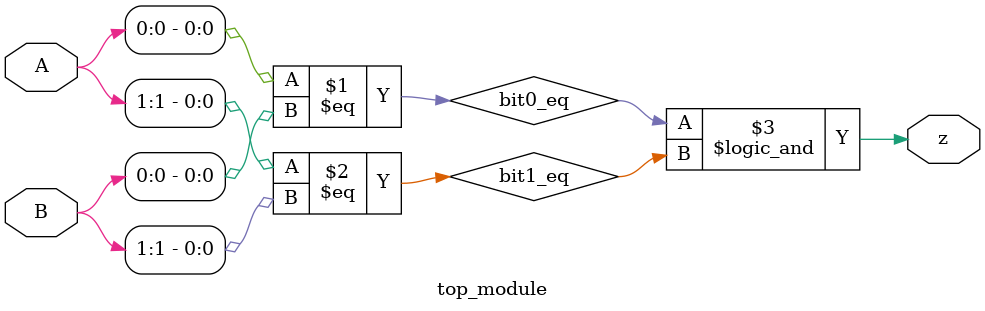
<source format=sv>
module top_module(
	input [1:0] A,
	input [1:0] B,
	output z);

	// Declare signal wires for each bit comparison
	wire bit0_eq, bit1_eq;

	// Compare each bit of A and B
	assign bit0_eq = (A[0] == B[0]);
	assign bit1_eq = (A[1] == B[1]);

	// Output z is only 1 if all bits are equal
	assign z = (bit0_eq && bit1_eq);

endmodule

</source>
